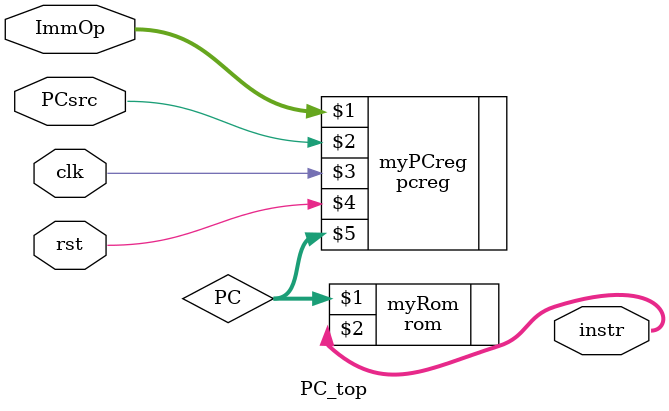
<source format=sv>
module PC_top #(
        parameter ADDRESS_WIDTH = 32, // just a workaround at the moment, will work fine for now but need to figure out why memory allocation isn't taking place accurately.
    DATA_WIDTH = 32
)(
  input logic [ADDRESS_WIDTH-1:0] ImmOp,
  input logic                     PCsrc,
  input logic                     clk,
  input logic                     rst,
  output logic [DATA_WIDTH-1:0]   instr
);

  logic [ADDRESS_WIDTH-1:0] PC;

pcreg myPCreg(ImmOp, PCsrc, clk, rst, PC);

rom myRom(PC, instr);

endmodule

</source>
